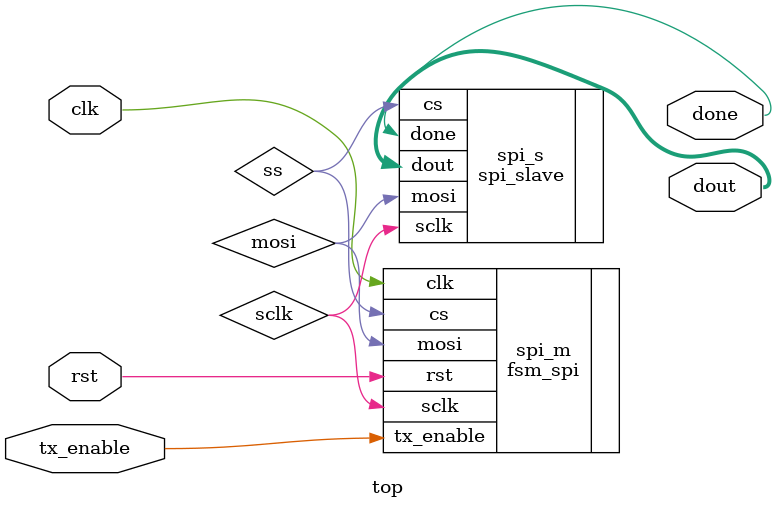
<source format=v>
module top (
    input  wire clk,
    input  wire rst,
    input  wire tx_enable,
    output wire [7:0] dout,
    output wire done
);

    // Internal SPI signals
    wire mosi;
    wire ss;     // Chip Select
    wire sclk;

    // SPI Master Instance
    fsm_spi spi_m (
        .clk(clk),
        .rst(rst),
        .tx_enable(tx_enable),
        .mosi(mosi),
        .cs(ss),
        .sclk(sclk)
    );

    // SPI Slave Instance
    spi_slave spi_s (
        .sclk(sclk),
        .mosi(mosi),
        .cs(ss),
        .dout(dout),
        .done(done)
    );

endmodule

</source>
